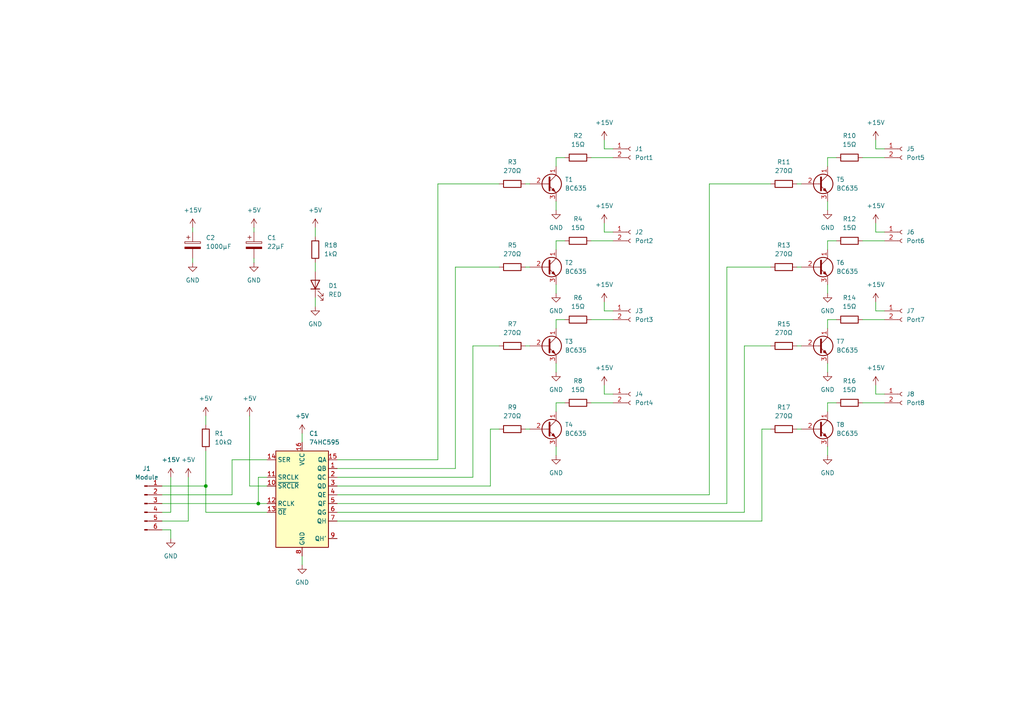
<source format=kicad_sch>
(kicad_sch (version 20211123) (generator eeschema)
  (paper "A4")
  (title_block (title "Module") (date "2023-06-24") (rev "1") (comment 4 "8 bridgewire detonator igniters controlled by 74HC595 SIPO shift register"))
  (lib_symbols
    (symbol "74xx:74HC595"
      (property "Reference" "U" (at -7.62 13.97 0))
      (property "Value" "74HC595" (at -7.62 -16.51 0))
      (symbol "74HC595_1_0"
        (pin tri_state line (at 10.16 7.62 180) (length 2.54) (name "QB") (number "1"))
        (pin input line (at -10.16 2.54 0) (length 2.54) (name "~{SRCLR}") (number "10"))
        (pin input line (at -10.16 5.08 0) (length 2.54) (name "SRCLK") (number "11"))
        (pin input line (at -10.16 -2.54 0) (length 2.54) (name "RCLK") (number "12"))
        (pin input line (at -10.16 -5.08 0) (length 2.54) (name "~{OE}") (number "13"))
        (pin input line (at -10.16 10.16 0) (length 2.54) (name "SER") (number "14"))
        (pin tri_state line (at 10.16 10.16 180) (length 2.54) (name "QA") (number "15"))
        (pin power_in line (at 0 15.24 270) (length 2.54) (name "VCC") (number "16"))
        (pin tri_state line (at 10.16 5.08 180) (length 2.54) (name "QC") (number "2"))
        (pin tri_state line (at 10.16 2.54 180) (length 2.54) (name "QD") (number "3"))
        (pin tri_state line (at 10.16 0 180) (length 2.54) (name "QE") (number "4"))
        (pin tri_state line (at 10.16 -2.54 180) (length 2.54) (name "QF") (number "5"))
        (pin tri_state line (at 10.16 -5.08 180) (length 2.54) (name "QG") (number "6"))
        (pin tri_state line (at 10.16 -7.62 180) (length 2.54) (name "QH") (number "7"))
        (pin power_in line (at 0 -17.78 90) (length 2.54) (name "GND") (number "8"))
        (pin output line (at 10.16 -12.7 180) (length 2.54) (name "QH'") (number "9"))
      )
      (symbol "74HC595_1_1"
        (rectangle (start -7.62 12.7) (end 7.62 -15.24) (stroke (width 0.254)) (fill (type background)))
      )
    )
    (symbol "Connector:Conn_01x02_Female" (pin_names (offset 1.016) hide)
      (property "Reference" "J" (at 0 2.54 0))
      (property "Value" "Conn_01x02_Female" (at 0 -5.08 0))
      (symbol "Conn_01x02_Female_1_1"
        (arc (start 0 -2.032) (mid -0.508 -2.54) (end 0 -3.048) (stroke (width 0.1524)))
        (polyline (pts (xy -1.27 -2.54) (xy -0.508 -2.54)) (stroke (width 0.1524)))
        (polyline (pts (xy -1.27 0) (xy -0.508 0)) (stroke (width 0.1524)))
        (arc (start 0 0.508) (mid -0.508 0) (end 0 -0.508) (stroke (width 0.1524)))
        (pin passive line (at -5.08 0 0) (length 3.81) (name "Pin_1") (number "1"))
        (pin passive line (at -5.08 -2.54 0) (length 3.81) (name "Pin_2") (number "2"))
      )
    )
    (symbol "Connector:Conn_01x06_Male" (pin_names (offset 1.016) hide)
      (property "Reference" "J" (at 0 7.62 0))
      (property "Value" "Conn_01x06_Male" (at 0 -10.16 0))
      (symbol "Conn_01x06_Male_1_1"
        (polyline (pts (xy 1.27 -7.62) (xy 0.8636 -7.62)) (stroke (width 0.1524)))
        (polyline (pts (xy 1.27 -5.08) (xy 0.8636 -5.08)) (stroke (width 0.1524)))
        (polyline (pts (xy 1.27 -2.54) (xy 0.8636 -2.54)) (stroke (width 0.1524)))
        (polyline (pts (xy 1.27 0) (xy 0.8636 0)) (stroke (width 0.1524)))
        (polyline (pts (xy 1.27 2.54) (xy 0.8636 2.54)) (stroke (width 0.1524)))
        (polyline (pts (xy 1.27 5.08) (xy 0.8636 5.08)) (stroke (width 0.1524)))
        (rectangle (start 0.8636 -7.493) (end 0 -7.747) (stroke (width 0.1524)) (fill (type outline)))
        (rectangle (start 0.8636 -4.953) (end 0 -5.207) (stroke (width 0.1524)) (fill (type outline)))
        (rectangle (start 0.8636 -2.413) (end 0 -2.667) (stroke (width 0.1524)) (fill (type outline)))
        (rectangle (start 0.8636 0.127) (end 0 -0.127) (stroke (width 0.1524)) (fill (type outline)))
        (rectangle (start 0.8636 2.667) (end 0 2.413) (stroke (width 0.1524)) (fill (type outline)))
        (rectangle (start 0.8636 5.207) (end 0 4.953) (stroke (width 0.1524)) (fill (type outline)))
        (pin passive line (at 5.08 5.08 180) (length 3.81) (name "Pin_1") (number "1"))
        (pin passive line (at 5.08 2.54 180) (length 3.81) (name "Pin_2") (number "2"))
        (pin passive line (at 5.08 0 180) (length 3.81) (name "Pin_3") (number "3"))
        (pin passive line (at 5.08 -2.54 180) (length 3.81) (name "Pin_4") (number "4"))
        (pin passive line (at 5.08 -5.08 180) (length 3.81) (name "Pin_5") (number "5"))
        (pin passive line (at 5.08 -7.62 180) (length 3.81) (name "Pin_6") (number "6"))
      )
    )
    (symbol "Device:C_Polarized" (pin_numbers hide) (pin_names (offset 0.254))
      (property "Reference" "C" (at 0.635 2.54 0))
      (property "Value" "C_Polarized" (at 0.635 -2.54 0))
      (symbol "C_Polarized_0_1"
        (rectangle (start -2.286 0.508) (end 2.286 1.016))
        (polyline (pts (xy -1.778 2.286) (xy -0.762 2.286)))
        (polyline (pts (xy -1.27 2.794) (xy -1.27 1.778)))
        (rectangle (start 2.286 -0.508) (end -2.286 -1.016) (fill (type outline)))
      )
      (symbol "C_Polarized_1_1"
        (pin passive line (at 0 3.81 270) (length 2.794) (name "~") (number "1"))
        (pin passive line (at 0 -3.81 90) (length 2.794) (name "~") (number "2"))
      )
    )
    (symbol "Device:LED" (pin_numbers hide) (pin_names (offset 1.016) hide)
      (property "Reference" "D" (at 0 2.54 0))
      (property "Value" "LED" (at 0 -2.54 0))
      (symbol "LED_0_1"
        (polyline (pts (xy -1.27 -1.27) (xy -1.27 1.27)) (stroke (width 0.254)))
        (polyline (pts (xy -1.27 0) (xy 1.27 0)))
        (polyline (pts (xy 1.27 -1.27) (xy 1.27 1.27) (xy -1.27 0) (xy 1.27 -1.27)) (stroke (width 0.254)))
        (polyline (pts (xy -3.048 -0.762) (xy -4.572 -2.286) (xy -3.81 -2.286) (xy -4.572 -2.286) (xy -4.572 -1.524)))
        (polyline (pts (xy -1.778 -0.762) (xy -3.302 -2.286) (xy -2.54 -2.286) (xy -3.302 -2.286) (xy -3.302 -1.524)))
      )
      (symbol "LED_1_1"
        (pin passive line (at -3.81 0 0) (length 2.54) (name "K") (number "1"))
        (pin passive line (at 3.81 0 180) (length 2.54) (name "A") (number "2"))
      )
    )
    (symbol "Device:R" (pin_numbers hide) (pin_names (offset 0))
      (property "Reference" "R" (at 2.032 0 90))
      (property "Value" "R" (at 0 0 90))
      (symbol "R_0_1"
        (rectangle (start -1.016 -2.54) (end 1.016 2.54) (stroke (width 0.254)))
      )
      (symbol "R_1_1"
        (pin passive line (at 0 3.81 270) (length 1.27) (name "~") (number "1"))
        (pin passive line (at 0 -3.81 90) (length 1.27) (name "~") (number "2"))
      )
    )
    (symbol "Transistor_BJT:BC337" (pin_names (offset 0) hide)
      (property "Reference" "Q" (at 5.08 1.905 0))
      (property "Value" "BC337" (at 5.08 0 0))
      (symbol "BC337_0_1"
        (polyline (pts (xy 0 0) (xy 0.635 0)))
        (polyline (pts (xy 0.635 0.635) (xy 2.54 2.54)))
        (polyline (pts (xy 0.635 -0.635) (xy 2.54 -2.54) (xy 2.54 -2.54)))
        (polyline (pts (xy 0.635 1.905) (xy 0.635 -1.905) (xy 0.635 -1.905)) (stroke (width 0.508)))
        (polyline (pts (xy 1.27 -1.778) (xy 1.778 -1.27) (xy 2.286 -2.286) (xy 1.27 -1.778) (xy 1.27 -1.778)) (fill (type outline)))
        (circle (center 1.27 0) (radius 2.8194) (stroke (width 0.254)))
      )
      (symbol "BC337_1_1"
        (pin passive line (at 2.54 5.08 270) (length 2.54) (name "C") (number "1"))
        (pin input line (at -5.08 0 0) (length 5.08) (name "B") (number "2"))
        (pin passive line (at 2.54 -5.08 90) (length 2.54) (name "E") (number "3"))
      )
    )
    (symbol "power:+15V" (power) (pin_names (offset 0))
      (property "Value" "+15V" (at 0 3.556 0))
      (symbol "+15V_0_1"
        (polyline (pts (xy -0.762 1.27) (xy 0 2.54)))
        (polyline (pts (xy 0 0) (xy 0 2.54)))
        (polyline (pts (xy 0 2.54) (xy 0.762 1.27)))
      )
      (symbol "+15V_1_1"
        (pin power_in line (at 0 0 90) (length 0) hide (name "+15V") (number "1"))
      )
    )
    (symbol "power:+5V" (power) (pin_names (offset 0))
      (property "Value" "+5V" (at 0 3.556 0))
      (symbol "+5V_0_1"
        (polyline (pts (xy -0.762 1.27) (xy 0 2.54)))
        (polyline (pts (xy 0 0) (xy 0 2.54)))
        (polyline (pts (xy 0 2.54) (xy 0.762 1.27)))
      )
      (symbol "+5V_1_1"
        (pin power_in line (at 0 0 90) (length 0) hide (name "+5V") (number "1"))
      )
    )
    (symbol "power:GND" (power) (pin_names (offset 0))
      (property "Value" "GND" (at 0 -3.81 0))
      (symbol "GND_0_1"
        (polyline (pts (xy 0 0) (xy 0 -1.27) (xy 1.27 -1.27) (xy 0 -2.54) (xy -1.27 -1.27) (xy 0 -1.27)))
      )
      (symbol "GND_1_1"
        (pin power_in line (at 0 0 270) (length 0) hide (name "GND") (number "1"))
      )
    )
  )
  (junction (at 59.69 140.97))
  (junction (at 74.93 146.05))
  (wire (pts (xy 240.03 48.26) (xy 240.03 45.72)))
  (wire (pts (xy 220.98 124.46) (xy 220.98 151.13)))
  (wire (pts (xy 49.53 153.67) (xy 49.53 156.21)))
  (wire (pts (xy 240.03 95.25) (xy 240.03 92.71)))
  (wire (pts (xy 46.99 140.97) (xy 59.69 140.97)))
  (wire (pts (xy 97.79 146.05) (xy 210.82 146.05)))
  (wire (pts (xy 171.45 45.72) (xy 177.8 45.72)))
  (wire (pts (xy 175.26 111.76) (xy 175.26 114.3)))
  (wire (pts (xy 161.29 129.54) (xy 161.29 132.08)))
  (wire (pts (xy 72.39 120.65) (xy 72.39 140.97)))
  (wire (pts (xy 240.03 69.85) (xy 242.57 69.85)))
  (wire (pts (xy 97.79 143.51) (xy 205.74 143.51)))
  (wire (pts (xy 240.03 92.71) (xy 242.57 92.71)))
  (wire (pts (xy 74.93 138.43) (xy 74.93 146.05)))
  (wire (pts (xy 161.29 45.72) (xy 163.83 45.72)))
  (wire (pts (xy 161.29 82.55) (xy 161.29 85.09)))
  (wire (pts (xy 97.79 140.97) (xy 142.24 140.97)))
  (wire (pts (xy 152.4 124.46) (xy 153.67 124.46)))
  (wire (pts (xy 240.03 72.39) (xy 240.03 69.85)))
  (wire (pts (xy 77.47 140.97) (xy 72.39 140.97)))
  (wire (pts (xy 59.69 120.65) (xy 59.69 123.19)))
  (wire (pts (xy 97.79 138.43) (xy 137.16 138.43)))
  (wire (pts (xy 250.19 116.84) (xy 256.54 116.84)))
  (wire (pts (xy 91.44 86.36) (xy 91.44 88.9)))
  (wire (pts (xy 77.47 138.43) (xy 74.93 138.43)))
  (wire (pts (xy 55.88 66.04) (xy 55.88 67.31)))
  (wire (pts (xy 231.14 53.34) (xy 232.41 53.34)))
  (wire (pts (xy 254 67.31) (xy 256.54 67.31)))
  (wire (pts (xy 144.78 53.34) (xy 127 53.34)))
  (wire (pts (xy 87.63 161.29) (xy 87.63 163.83)))
  (wire (pts (xy 240.03 58.42) (xy 240.03 60.96)))
  (wire (pts (xy 132.08 77.47) (xy 132.08 135.89)))
  (wire (pts (xy 161.29 95.25) (xy 161.29 92.71)))
  (wire (pts (xy 175.26 64.77) (xy 175.26 67.31)))
  (wire (pts (xy 137.16 100.33) (xy 137.16 138.43)))
  (wire (pts (xy 127 53.34) (xy 127 133.35)))
  (wire (pts (xy 97.79 135.89) (xy 132.08 135.89)))
  (wire (pts (xy 254 90.17) (xy 256.54 90.17)))
  (wire (pts (xy 240.03 119.38) (xy 240.03 116.84)))
  (wire (pts (xy 49.53 138.43) (xy 49.53 148.59)))
  (wire (pts (xy 254 87.63) (xy 254 90.17)))
  (wire (pts (xy 161.29 48.26) (xy 161.29 45.72)))
  (wire (pts (xy 142.24 124.46) (xy 142.24 140.97)))
  (wire (pts (xy 46.99 153.67) (xy 49.53 153.67)))
  (wire (pts (xy 59.69 148.59) (xy 77.47 148.59)))
  (wire (pts (xy 240.03 105.41) (xy 240.03 107.95)))
  (wire (pts (xy 210.82 77.47) (xy 210.82 146.05)))
  (wire (pts (xy 215.9 100.33) (xy 215.9 148.59)))
  (wire (pts (xy 231.14 124.46) (xy 232.41 124.46)))
  (wire (pts (xy 46.99 146.05) (xy 74.93 146.05)))
  (wire (pts (xy 223.52 77.47) (xy 210.82 77.47)))
  (wire (pts (xy 152.4 100.33) (xy 153.67 100.33)))
  (wire (pts (xy 91.44 66.04) (xy 91.44 68.58)))
  (wire (pts (xy 74.93 146.05) (xy 77.47 146.05)))
  (wire (pts (xy 250.19 92.71) (xy 256.54 92.71)))
  (wire (pts (xy 73.66 74.93) (xy 73.66 76.2)))
  (wire (pts (xy 254 40.64) (xy 254 43.18)))
  (wire (pts (xy 77.47 133.35) (xy 67.31 133.35)))
  (wire (pts (xy 240.03 82.55) (xy 240.03 85.09)))
  (wire (pts (xy 254 43.18) (xy 256.54 43.18)))
  (wire (pts (xy 161.29 72.39) (xy 161.29 69.85)))
  (wire (pts (xy 171.45 92.71) (xy 177.8 92.71)))
  (wire (pts (xy 175.26 90.17) (xy 177.8 90.17)))
  (wire (pts (xy 223.52 100.33) (xy 215.9 100.33)))
  (wire (pts (xy 46.99 148.59) (xy 49.53 148.59)))
  (wire (pts (xy 240.03 45.72) (xy 242.57 45.72)))
  (wire (pts (xy 254 64.77) (xy 254 67.31)))
  (wire (pts (xy 240.03 116.84) (xy 242.57 116.84)))
  (wire (pts (xy 59.69 130.81) (xy 59.69 140.97)))
  (wire (pts (xy 161.29 69.85) (xy 163.83 69.85)))
  (wire (pts (xy 152.4 53.34) (xy 153.67 53.34)))
  (wire (pts (xy 59.69 140.97) (xy 59.69 148.59)))
  (wire (pts (xy 54.61 138.43) (xy 54.61 151.13)))
  (wire (pts (xy 55.88 74.93) (xy 55.88 76.2)))
  (wire (pts (xy 67.31 143.51) (xy 46.99 143.51)))
  (wire (pts (xy 254 111.76) (xy 254 114.3)))
  (wire (pts (xy 223.52 124.46) (xy 220.98 124.46)))
  (wire (pts (xy 97.79 151.13) (xy 220.98 151.13)))
  (wire (pts (xy 87.63 125.73) (xy 87.63 128.27)))
  (wire (pts (xy 254 114.3) (xy 256.54 114.3)))
  (wire (pts (xy 144.78 77.47) (xy 132.08 77.47)))
  (wire (pts (xy 97.79 133.35) (xy 127 133.35)))
  (wire (pts (xy 161.29 92.71) (xy 163.83 92.71)))
  (wire (pts (xy 73.66 66.04) (xy 73.66 67.31)))
  (wire (pts (xy 175.26 114.3) (xy 177.8 114.3)))
  (wire (pts (xy 240.03 129.54) (xy 240.03 132.08)))
  (wire (pts (xy 144.78 100.33) (xy 137.16 100.33)))
  (wire (pts (xy 223.52 53.34) (xy 205.74 53.34)))
  (wire (pts (xy 175.26 43.18) (xy 177.8 43.18)))
  (wire (pts (xy 91.44 76.2) (xy 91.44 78.74)))
  (wire (pts (xy 161.29 105.41) (xy 161.29 107.95)))
  (wire (pts (xy 161.29 119.38) (xy 161.29 116.84)))
  (wire (pts (xy 175.26 67.31) (xy 177.8 67.31)))
  (wire (pts (xy 97.79 148.59) (xy 215.9 148.59)))
  (wire (pts (xy 144.78 124.46) (xy 142.24 124.46)))
  (wire (pts (xy 250.19 45.72) (xy 256.54 45.72)))
  (wire (pts (xy 231.14 100.33) (xy 232.41 100.33)))
  (wire (pts (xy 205.74 53.34) (xy 205.74 143.51)))
  (wire (pts (xy 175.26 40.64) (xy 175.26 43.18)))
  (wire (pts (xy 161.29 116.84) (xy 163.83 116.84)))
  (wire (pts (xy 171.45 69.85) (xy 177.8 69.85)))
  (wire (pts (xy 250.19 69.85) (xy 256.54 69.85)))
  (wire (pts (xy 171.45 116.84) (xy 177.8 116.84)))
  (wire (pts (xy 231.14 77.47) (xy 232.41 77.47)))
  (wire (pts (xy 175.26 87.63) (xy 175.26 90.17)))
  (wire (pts (xy 67.31 133.35) (xy 67.31 143.51)))
  (wire (pts (xy 46.99 151.13) (xy 54.61 151.13)))
  (wire (pts (xy 161.29 58.42) (xy 161.29 60.96)))
  (wire (pts (xy 152.4 77.47) (xy 153.67 77.47)))
  (symbol (lib_id "Device:R") (at 91.44 72.39 180) (unit 1)
    (property "Reference" "R18" (at 93.98 71.1199 0) (effects (justify right)))
    (property "Value" "1kΩ" (at 93.98 73.6599 0) (effects (justify right)))
  )
  (symbol (lib_id "power:+15V") (at 254 64.77 0) (unit 1)
    (property "Reference" "#PWR?" (effects hide))
    (property "Value" "+15V" (at 254 59.69 0))
  )
  (symbol (lib_id "Device:R") (at 227.33 100.33 90) (unit 1)
    (property "Reference" "R15" (at 227.33 93.98 90))
    (property "Value" "270Ω" (at 227.33 96.52 90))
  )
  (symbol (lib_id "power:+15V") (at 55.88 66.04 0) (unit 1)
    (property "Reference" "#PWR?" (effects hide))
    (property "Value" "+15V" (at 55.88 60.96 0))
  )
  (symbol (lib_id "power:+15V") (at 175.26 40.64 0) (unit 1)
    (property "Reference" "#PWR?" (effects hide))
    (property "Value" "+15V" (at 175.26 35.56 0))
  )
  (symbol (lib_id "Connector:Conn_01x02_Female") (at 261.62 67.31 0) (unit 1)
    (property "Reference" "J6" (at 262.89 67.3099 0) (effects (justify left)))
    (property "Value" "Port6" (at 262.89 69.8499 0) (effects (justify left)))
  )
  (symbol (lib_id "Device:R") (at 167.64 69.85 90) (unit 1)
    (property "Reference" "R4" (at 167.64 63.5 90))
    (property "Value" "15Ω" (at 167.64 66.04 90))
  )
  (symbol (lib_id "Device:R") (at 148.59 77.47 90) (unit 1)
    (property "Reference" "R5" (at 148.59 71.12 90))
    (property "Value" "270Ω" (at 148.59 73.66 90))
  )
  (symbol (lib_id "power:+15V") (at 175.26 64.77 0) (unit 1)
    (property "Reference" "#PWR?" (effects hide))
    (property "Value" "+15V" (at 175.26 59.69 0))
  )
  (symbol (lib_id "Transistor_BJT:BC337") (at 158.75 100.33 0) (unit 1)
    (property "Reference" "T3" (at 163.83 99.0599 0) (effects (justify left)))
    (property "Value" "BC635" (at 163.83 101.5999 0) (effects (justify left)))
    (property "Footprint" "Package_TO_SOT_THT:TO-92_Inline" (effects hide))
    (property "Datasheet" "https://diotec.com/tl_files/diotec/files/pdf/datasheets/bc337.pdf" (effects hide))
  )
  (symbol (lib_id "Device:R") (at 167.64 116.84 90) (unit 1)
    (property "Reference" "R8" (at 167.64 110.49 90))
    (property "Value" "15Ω" (at 167.64 113.03 90))
  )
  (symbol (lib_id "74xx:74HC595") (at 87.63 143.51 0) (unit 1)
    (property "Reference" "C1" (at 89.6494 125.73 0) (effects (justify left)))
    (property "Value" "74HC595" (at 89.6494 128.27 0) (effects (justify left)))
    (property "Datasheet" "http://www.ti.com/lit/ds/symlink/sn74hc595.pdf" (effects hide))
  )
  (symbol (lib_id "Device:R") (at 227.33 53.34 90) (unit 1)
    (property "Reference" "R11" (at 227.33 46.99 90))
    (property "Value" "270Ω" (at 227.33 49.53 90))
  )
  (symbol (lib_id "Device:R") (at 148.59 124.46 90) (unit 1)
    (property "Reference" "R9" (at 148.59 118.11 90))
    (property "Value" "270Ω" (at 148.59 120.65 90))
  )
  (symbol (lib_id "Transistor_BJT:BC337") (at 158.75 77.47 0) (unit 1)
    (property "Reference" "T2" (at 163.83 76.1999 0) (effects (justify left)))
    (property "Value" "BC635" (at 163.83 78.7399 0) (effects (justify left)))
    (property "Footprint" "Package_TO_SOT_THT:TO-92_Inline" (effects hide))
    (property "Datasheet" "https://diotec.com/tl_files/diotec/files/pdf/datasheets/bc337.pdf" (effects hide))
  )
  (symbol (lib_id "Device:R") (at 148.59 100.33 90) (unit 1)
    (property "Reference" "R7" (at 148.59 93.98 90))
    (property "Value" "270Ω" (at 148.59 96.52 90))
  )
  (symbol (lib_id "Connector:Conn_01x02_Female") (at 261.62 43.18 0) (unit 1)
    (property "Reference" "J5" (at 262.89 43.1799 0) (effects (justify left)))
    (property "Value" "Port5" (at 262.89 45.7199 0) (effects (justify left)))
  )
  (symbol (lib_id "Device:C_Polarized") (at 73.66 71.12 0) (unit 1)
    (property "Reference" "C1" (at 77.47 68.9609 0) (effects (justify left)))
    (property "Value" "22µF" (at 77.47 71.5009 0) (effects (justify left)))
  )
  (symbol (lib_id "Connector:Conn_01x02_Female") (at 182.88 67.31 0) (unit 1)
    (property "Reference" "J2" (at 184.15 67.3099 0) (effects (justify left)))
    (property "Value" "Port2" (at 184.15 69.8499 0) (effects (justify left)))
  )
  (symbol (lib_id "power:+15V") (at 254 87.63 0) (unit 1)
    (property "Reference" "#PWR?" (effects hide))
    (property "Value" "+15V" (at 254 82.55 0))
  )
  (symbol (lib_id "power:GND") (at 240.03 107.95 0) (unit 1)
    (property "Reference" "#PWR?" (effects hide))
    (property "Value" "GND" (at 240.03 113.03 0))
  )
  (symbol (lib_id "power:+5V") (at 91.44 66.04 0) (unit 1)
    (property "Reference" "#PWR?" (effects hide))
    (property "Value" "+5V" (at 91.44 60.96 0))
  )
  (symbol (lib_id "power:GND") (at 73.66 76.2 0) (unit 1)
    (property "Reference" "#PWR?" (effects hide))
    (property "Value" "GND" (at 73.66 81.28 0))
  )
  (symbol (lib_id "power:GND") (at 161.29 85.09 0) (unit 1)
    (property "Reference" "#PWR?" (effects hide))
    (property "Value" "GND" (at 161.29 90.17 0))
  )
  (symbol (lib_id "Device:R") (at 246.38 45.72 90) (unit 1)
    (property "Reference" "R10" (at 246.38 39.37 90))
    (property "Value" "15Ω" (at 246.38 41.91 90))
  )
  (symbol (lib_id "power:GND") (at 55.88 76.2 0) (unit 1)
    (property "Reference" "#PWR?" (effects hide))
    (property "Value" "GND" (at 55.88 81.28 0))
  )
  (symbol (lib_id "Device:LED") (at 91.44 82.55 90) (unit 1)
    (property "Reference" "D1" (at 95.25 82.8674 90) (effects (justify right)))
    (property "Value" "RED" (at 95.25 85.4074 90) (effects (justify right)))
  )
  (symbol (lib_id "Transistor_BJT:BC337") (at 237.49 53.34 0) (unit 1)
    (property "Reference" "T5" (at 242.57 52.0699 0) (effects (justify left)))
    (property "Value" "BC635" (at 242.57 54.6099 0) (effects (justify left)))
    (property "Footprint" "Package_TO_SOT_THT:TO-92_Inline" (effects hide))
    (property "Datasheet" "https://diotec.com/tl_files/diotec/files/pdf/datasheets/bc337.pdf" (effects hide))
  )
  (symbol (lib_id "Device:R") (at 246.38 116.84 90) (unit 1)
    (property "Reference" "R16" (at 246.38 110.49 90))
    (property "Value" "15Ω" (at 246.38 113.03 90))
  )
  (symbol (lib_id "power:+15V") (at 254 40.64 0) (unit 1)
    (property "Reference" "#PWR?" (effects hide))
    (property "Value" "+15V" (at 254 35.56 0))
  )
  (symbol (lib_id "power:GND") (at 161.29 60.96 0) (unit 1)
    (property "Reference" "#PWR?" (effects hide))
    (property "Value" "GND" (at 161.29 66.04 0))
  )
  (symbol (lib_id "power:GND") (at 49.53 156.21 0) (unit 1)
    (property "Reference" "#PWR?" (effects hide))
    (property "Value" "GND" (at 49.53 161.29 0))
  )
  (symbol (lib_id "power:+5V") (at 73.66 66.04 0) (unit 1)
    (property "Reference" "#PWR?" (effects hide))
    (property "Value" "+5V" (at 73.66 60.96 0))
  )
  (symbol (lib_id "Device:R") (at 148.59 53.34 90) (unit 1)
    (property "Reference" "R3" (at 148.59 46.99 90))
    (property "Value" "270Ω" (at 148.59 49.53 90))
  )
  (symbol (lib_id "power:GND") (at 91.44 88.9 0) (unit 1)
    (property "Reference" "#PWR?" (effects hide))
    (property "Value" "GND" (at 91.44 93.98 0))
  )
  (symbol (lib_id "power:GND") (at 240.03 60.96 0) (unit 1)
    (property "Reference" "#PWR?" (effects hide))
    (property "Value" "GND" (at 240.03 66.04 0))
  )
  (symbol (lib_id "power:+5V") (at 59.69 120.65 0) (unit 1)
    (property "Reference" "#PWR?" (effects hide))
    (property "Value" "+5V" (at 59.69 115.57 0))
  )
  (symbol (lib_id "Transistor_BJT:BC337") (at 237.49 124.46 0) (unit 1)
    (property "Reference" "T8" (at 242.57 123.1899 0) (effects (justify left)))
    (property "Value" "BC635" (at 242.57 125.7299 0) (effects (justify left)))
    (property "Footprint" "Package_TO_SOT_THT:TO-92_Inline" (effects hide))
    (property "Datasheet" "https://diotec.com/tl_files/diotec/files/pdf/datasheets/bc337.pdf" (effects hide))
  )
  (symbol (lib_id "power:+5V") (at 72.39 120.65 0) (unit 1)
    (property "Reference" "#PWR?" (effects hide))
    (property "Value" "+5V" (at 72.39 115.57 0))
  )
  (symbol (lib_id "Connector:Conn_01x06_Male") (at 41.91 146.05 0) (unit 1)
    (property "Reference" "J1" (at 42.545 135.89 0))
    (property "Value" "Module" (at 42.545 138.43 0))
  )
  (symbol (lib_id "power:GND") (at 161.29 132.08 0) (unit 1)
    (property "Reference" "#PWR?" (effects hide))
    (property "Value" "GND" (at 161.29 137.16 0))
  )
  (symbol (lib_id "Device:R") (at 227.33 124.46 90) (unit 1)
    (property "Reference" "R17" (at 227.33 118.11 90))
    (property "Value" "270Ω" (at 227.33 120.65 90))
  )
  (symbol (lib_id "Connector:Conn_01x02_Female") (at 182.88 43.18 0) (unit 1)
    (property "Reference" "J1" (at 184.15 43.1799 0) (effects (justify left)))
    (property "Value" "Port1" (at 184.15 45.7199 0) (effects (justify left)))
  )
  (symbol (lib_id "Device:R") (at 167.64 45.72 90) (unit 1)
    (property "Reference" "R2" (at 167.64 39.37 90))
    (property "Value" "15Ω" (at 167.64 41.91 90))
  )
  (symbol (lib_id "Connector:Conn_01x02_Female") (at 182.88 114.3 0) (unit 1)
    (property "Reference" "J4" (at 184.15 114.2999 0) (effects (justify left)))
    (property "Value" "Port4" (at 184.15 116.8399 0) (effects (justify left)))
  )
  (symbol (lib_id "Transistor_BJT:BC337") (at 158.75 124.46 0) (unit 1)
    (property "Reference" "T4" (at 163.83 123.1899 0) (effects (justify left)))
    (property "Value" "BC635" (at 163.83 125.7299 0) (effects (justify left)))
    (property "Footprint" "Package_TO_SOT_THT:TO-92_Inline" (effects hide))
    (property "Datasheet" "https://diotec.com/tl_files/diotec/files/pdf/datasheets/bc337.pdf" (effects hide))
  )
  (symbol (lib_id "Transistor_BJT:BC337") (at 237.49 77.47 0) (unit 1)
    (property "Reference" "T6" (at 242.57 76.1999 0) (effects (justify left)))
    (property "Value" "BC635" (at 242.57 78.7399 0) (effects (justify left)))
    (property "Footprint" "Package_TO_SOT_THT:TO-92_Inline" (effects hide))
    (property "Datasheet" "https://diotec.com/tl_files/diotec/files/pdf/datasheets/bc337.pdf" (effects hide))
  )
  (symbol (lib_id "Device:R") (at 246.38 69.85 90) (unit 1)
    (property "Reference" "R12" (at 246.38 63.5 90))
    (property "Value" "15Ω" (at 246.38 66.04 90))
  )
  (symbol (lib_id "power:GND") (at 161.29 107.95 0) (unit 1)
    (property "Reference" "#PWR?" (effects hide))
    (property "Value" "GND" (at 161.29 113.03 0))
  )
  (symbol (lib_id "Device:R") (at 167.64 92.71 90) (unit 1)
    (property "Reference" "R6" (at 167.64 86.36 90))
    (property "Value" "15Ω" (at 167.64 88.9 90))
  )
  (symbol (lib_id "power:+5V") (at 87.63 125.73 0) (unit 1)
    (property "Reference" "#PWR?" (effects hide))
    (property "Value" "+5V" (at 87.63 120.65 0))
  )
  (symbol (lib_id "power:+15V") (at 175.26 87.63 0) (unit 1)
    (property "Reference" "#PWR?" (effects hide))
    (property "Value" "+15V" (at 175.26 82.55 0))
  )
  (symbol (lib_id "Device:C_Polarized") (at 55.88 71.12 0) (unit 1)
    (property "Reference" "C2" (at 59.69 68.9609 0) (effects (justify left)))
    (property "Value" "1000µF" (at 59.69 71.5009 0) (effects (justify left)))
  )
  (symbol (lib_id "power:+15V") (at 254 111.76 0) (unit 1)
    (property "Reference" "#PWR?" (effects hide))
    (property "Value" "+15V" (at 254 106.68 0))
  )
  (symbol (lib_id "power:GND") (at 240.03 132.08 0) (unit 1)
    (property "Reference" "#PWR?" (effects hide))
    (property "Value" "GND" (at 240.03 137.16 0))
  )
  (symbol (lib_id "Connector:Conn_01x02_Female") (at 182.88 90.17 0) (unit 1)
    (property "Reference" "J3" (at 184.15 90.1699 0) (effects (justify left)))
    (property "Value" "Port3" (at 184.15 92.7099 0) (effects (justify left)))
  )
  (symbol (lib_id "Device:R") (at 246.38 92.71 90) (unit 1)
    (property "Reference" "R14" (at 246.38 86.36 90))
    (property "Value" "15Ω" (at 246.38 88.9 90))
  )
  (symbol (lib_id "power:GND") (at 240.03 85.09 0) (unit 1)
    (property "Reference" "#PWR?" (effects hide))
    (property "Value" "GND" (at 240.03 90.17 0))
  )
  (symbol (lib_id "Connector:Conn_01x02_Female") (at 261.62 90.17 0) (unit 1)
    (property "Reference" "J7" (at 262.89 90.1699 0) (effects (justify left)))
    (property "Value" "Port7" (at 262.89 92.7099 0) (effects (justify left)))
  )
  (symbol (lib_id "Transistor_BJT:BC337") (at 237.49 100.33 0) (unit 1)
    (property "Reference" "T7" (at 242.57 99.0599 0) (effects (justify left)))
    (property "Value" "BC635" (at 242.57 101.5999 0) (effects (justify left)))
    (property "Footprint" "Package_TO_SOT_THT:TO-92_Inline" (effects hide))
    (property "Datasheet" "https://diotec.com/tl_files/diotec/files/pdf/datasheets/bc337.pdf" (effects hide))
  )
  (symbol (lib_id "power:+15V") (at 49.53 138.43 0) (unit 1)
    (property "Reference" "#PWR?" (effects hide))
    (property "Value" "+15V" (at 49.53 133.35 0))
  )
  (symbol (lib_id "Transistor_BJT:BC337") (at 158.75 53.34 0) (unit 1)
    (property "Reference" "T1" (at 163.83 52.0699 0) (effects (justify left)))
    (property "Value" "BC635" (at 163.83 54.6099 0) (effects (justify left)))
    (property "Footprint" "Package_TO_SOT_THT:TO-92_Inline" (effects hide))
    (property "Datasheet" "https://diotec.com/tl_files/diotec/files/pdf/datasheets/bc337.pdf" (effects hide))
  )
  (symbol (lib_id "power:+15V") (at 175.26 111.76 0) (unit 1)
    (property "Reference" "#PWR?" (effects hide))
    (property "Value" "+15V" (at 175.26 106.68 0))
  )
  (symbol (lib_id "Device:R") (at 59.69 127 0) (unit 1)
    (property "Reference" "R1" (at 62.23 125.7299 0) (effects (justify left)))
    (property "Value" "10kΩ" (at 62.23 128.2699 0) (effects (justify left)))
  )
  (symbol (lib_id "Connector:Conn_01x02_Female") (at 261.62 114.3 0) (unit 1)
    (property "Reference" "J8" (at 262.89 114.2999 0) (effects (justify left)))
    (property "Value" "Port8" (at 262.89 116.8399 0) (effects (justify left)))
  )
  (symbol (lib_id "power:GND") (at 87.63 163.83 0) (unit 1)
    (property "Reference" "#PWR?" (effects hide))
    (property "Value" "GND" (at 87.63 168.91 0))
  )
  (symbol (lib_id "power:+5V") (at 54.61 138.43 0) (unit 1)
    (property "Reference" "#PWR?" (effects hide))
    (property "Value" "+5V" (at 54.61 133.35 0))
  )
  (symbol (lib_id "Device:R") (at 227.33 77.47 90) (unit 1)
    (property "Reference" "R13" (at 227.33 71.12 90))
    (property "Value" "270Ω" (at 227.33 73.66 90))
  )
)
</source>
